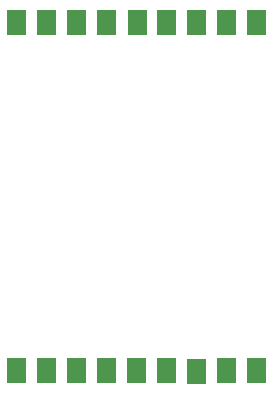
<source format=gbr>
G04 #@! TF.GenerationSoftware,KiCad,Pcbnew,5.0.2-bee76a0~70~ubuntu16.04.1*
G04 #@! TF.CreationDate,2019-03-15T16:31:10-06:00*
G04 #@! TF.ProjectId,AX25_TNC_modemmodule,41583235-5f54-44e4-935f-6d6f64656d6d,rev?*
G04 #@! TF.SameCoordinates,Original*
G04 #@! TF.FileFunction,Soldermask,Bot*
G04 #@! TF.FilePolarity,Negative*
%FSLAX46Y46*%
G04 Gerber Fmt 4.6, Leading zero omitted, Abs format (unit mm)*
G04 Created by KiCad (PCBNEW 5.0.2-bee76a0~70~ubuntu16.04.1) date Fri 15 Mar 2019 04:31:10 PM MDT*
%MOMM*%
%LPD*%
G01*
G04 APERTURE LIST*
%ADD10C,0.100000*%
G04 APERTURE END LIST*
D10*
G36*
X157467500Y-126162000D02*
X155841500Y-126162000D01*
X155841500Y-124028000D01*
X157467500Y-124028000D01*
X157467500Y-126162000D01*
X157467500Y-126162000D01*
G37*
G36*
X162547500Y-126098500D02*
X160921500Y-126098500D01*
X160921500Y-123964500D01*
X162547500Y-123964500D01*
X162547500Y-126098500D01*
X162547500Y-126098500D01*
G37*
G36*
X154927500Y-126098500D02*
X153301500Y-126098500D01*
X153301500Y-123964500D01*
X154927500Y-123964500D01*
X154927500Y-126098500D01*
X154927500Y-126098500D01*
G37*
G36*
X160007500Y-126098500D02*
X158381500Y-126098500D01*
X158381500Y-123964500D01*
X160007500Y-123964500D01*
X160007500Y-126098500D01*
X160007500Y-126098500D01*
G37*
G36*
X144767500Y-126098500D02*
X143141500Y-126098500D01*
X143141500Y-123964500D01*
X144767500Y-123964500D01*
X144767500Y-126098500D01*
X144767500Y-126098500D01*
G37*
G36*
X142227500Y-126098500D02*
X140601500Y-126098500D01*
X140601500Y-123964500D01*
X142227500Y-123964500D01*
X142227500Y-126098500D01*
X142227500Y-126098500D01*
G37*
G36*
X147307500Y-126098500D02*
X145681500Y-126098500D01*
X145681500Y-123964500D01*
X147307500Y-123964500D01*
X147307500Y-126098500D01*
X147307500Y-126098500D01*
G37*
G36*
X152387500Y-126098500D02*
X150761500Y-126098500D01*
X150761500Y-123964500D01*
X152387500Y-123964500D01*
X152387500Y-126098500D01*
X152387500Y-126098500D01*
G37*
G36*
X149847500Y-126098500D02*
X148221500Y-126098500D01*
X148221500Y-123964500D01*
X149847500Y-123964500D01*
X149847500Y-126098500D01*
X149847500Y-126098500D01*
G37*
G36*
X144767500Y-96634500D02*
X143141500Y-96634500D01*
X143141500Y-94500500D01*
X144767500Y-94500500D01*
X144767500Y-96634500D01*
X144767500Y-96634500D01*
G37*
G36*
X142227500Y-96634500D02*
X140601500Y-96634500D01*
X140601500Y-94500500D01*
X142227500Y-94500500D01*
X142227500Y-96634500D01*
X142227500Y-96634500D01*
G37*
G36*
X152451000Y-96634500D02*
X150825000Y-96634500D01*
X150825000Y-94500500D01*
X152451000Y-94500500D01*
X152451000Y-96634500D01*
X152451000Y-96634500D01*
G37*
G36*
X162547500Y-96634500D02*
X160921500Y-96634500D01*
X160921500Y-94500500D01*
X162547500Y-94500500D01*
X162547500Y-96634500D01*
X162547500Y-96634500D01*
G37*
G36*
X149847500Y-96634500D02*
X148221500Y-96634500D01*
X148221500Y-94500500D01*
X149847500Y-94500500D01*
X149847500Y-96634500D01*
X149847500Y-96634500D01*
G37*
G36*
X147307500Y-96634500D02*
X145681500Y-96634500D01*
X145681500Y-94500500D01*
X147307500Y-94500500D01*
X147307500Y-96634500D01*
X147307500Y-96634500D01*
G37*
G36*
X154927500Y-96634500D02*
X153301500Y-96634500D01*
X153301500Y-94500500D01*
X154927500Y-94500500D01*
X154927500Y-96634500D01*
X154927500Y-96634500D01*
G37*
G36*
X160007500Y-96634500D02*
X158381500Y-96634500D01*
X158381500Y-94500500D01*
X160007500Y-94500500D01*
X160007500Y-96634500D01*
X160007500Y-96634500D01*
G37*
G36*
X157467500Y-96634500D02*
X155841500Y-96634500D01*
X155841500Y-94500500D01*
X157467500Y-94500500D01*
X157467500Y-96634500D01*
X157467500Y-96634500D01*
G37*
M02*

</source>
